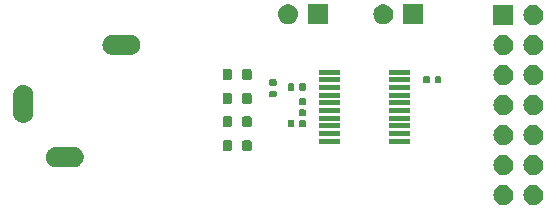
<source format=gbr>
%TF.GenerationSoftware,KiCad,Pcbnew,7.0.7*%
%TF.CreationDate,2023-09-29T20:54:03-04:00*%
%TF.ProjectId,Little_Master_Board,4c697474-6c65-45f4-9d61-737465725f42,B*%
%TF.SameCoordinates,Original*%
%TF.FileFunction,Soldermask,Top*%
%TF.FilePolarity,Negative*%
%FSLAX46Y46*%
G04 Gerber Fmt 4.6, Leading zero omitted, Abs format (unit mm)*
G04 Created by KiCad (PCBNEW 7.0.7) date 2023-09-29 20:54:03*
%MOMM*%
%LPD*%
G01*
G04 APERTURE LIST*
G04 APERTURE END LIST*
G36*
X154237464Y-76026602D02*
G01*
X154399800Y-76098878D01*
X154543561Y-76203327D01*
X154662464Y-76335383D01*
X154751314Y-76489274D01*
X154806225Y-76658275D01*
X154824800Y-76835000D01*
X154806225Y-77011725D01*
X154751314Y-77180726D01*
X154662464Y-77334617D01*
X154543561Y-77466673D01*
X154399800Y-77571122D01*
X154237464Y-77643398D01*
X154063649Y-77680344D01*
X153885951Y-77680344D01*
X153712136Y-77643398D01*
X153549800Y-77571122D01*
X153406039Y-77466673D01*
X153287136Y-77334617D01*
X153198286Y-77180726D01*
X153143375Y-77011725D01*
X153124800Y-76835000D01*
X153143375Y-76658275D01*
X153198286Y-76489274D01*
X153287136Y-76335383D01*
X153406039Y-76203327D01*
X153549800Y-76098878D01*
X153712136Y-76026602D01*
X153885951Y-75989656D01*
X154063649Y-75989656D01*
X154237464Y-76026602D01*
G37*
G36*
X156777464Y-76026602D02*
G01*
X156939800Y-76098878D01*
X157083561Y-76203327D01*
X157202464Y-76335383D01*
X157291314Y-76489274D01*
X157346225Y-76658275D01*
X157364800Y-76835000D01*
X157346225Y-77011725D01*
X157291314Y-77180726D01*
X157202464Y-77334617D01*
X157083561Y-77466673D01*
X156939800Y-77571122D01*
X156777464Y-77643398D01*
X156603649Y-77680344D01*
X156425951Y-77680344D01*
X156252136Y-77643398D01*
X156089800Y-77571122D01*
X155946039Y-77466673D01*
X155827136Y-77334617D01*
X155738286Y-77180726D01*
X155683375Y-77011725D01*
X155664800Y-76835000D01*
X155683375Y-76658275D01*
X155738286Y-76489274D01*
X155827136Y-76335383D01*
X155946039Y-76203327D01*
X156089800Y-76098878D01*
X156252136Y-76026602D01*
X156425951Y-75989656D01*
X156603649Y-75989656D01*
X156777464Y-76026602D01*
G37*
G36*
X154237464Y-73486602D02*
G01*
X154399800Y-73558878D01*
X154543561Y-73663327D01*
X154662464Y-73795383D01*
X154751314Y-73949274D01*
X154806225Y-74118275D01*
X154824800Y-74295000D01*
X154806225Y-74471725D01*
X154751314Y-74640726D01*
X154662464Y-74794617D01*
X154543561Y-74926673D01*
X154399800Y-75031122D01*
X154237464Y-75103398D01*
X154063649Y-75140344D01*
X153885951Y-75140344D01*
X153712136Y-75103398D01*
X153549800Y-75031122D01*
X153406039Y-74926673D01*
X153287136Y-74794617D01*
X153198286Y-74640726D01*
X153143375Y-74471725D01*
X153124800Y-74295000D01*
X153143375Y-74118275D01*
X153198286Y-73949274D01*
X153287136Y-73795383D01*
X153406039Y-73663327D01*
X153549800Y-73558878D01*
X153712136Y-73486602D01*
X153885951Y-73449656D01*
X154063649Y-73449656D01*
X154237464Y-73486602D01*
G37*
G36*
X156777464Y-73486602D02*
G01*
X156939800Y-73558878D01*
X157083561Y-73663327D01*
X157202464Y-73795383D01*
X157291314Y-73949274D01*
X157346225Y-74118275D01*
X157364800Y-74295000D01*
X157346225Y-74471725D01*
X157291314Y-74640726D01*
X157202464Y-74794617D01*
X157083561Y-74926673D01*
X156939800Y-75031122D01*
X156777464Y-75103398D01*
X156603649Y-75140344D01*
X156425951Y-75140344D01*
X156252136Y-75103398D01*
X156089800Y-75031122D01*
X155946039Y-74926673D01*
X155827136Y-74794617D01*
X155738286Y-74640726D01*
X155683375Y-74471725D01*
X155664800Y-74295000D01*
X155683375Y-74118275D01*
X155738286Y-73949274D01*
X155827136Y-73795383D01*
X155946039Y-73663327D01*
X156089800Y-73558878D01*
X156252136Y-73486602D01*
X156425951Y-73449656D01*
X156603649Y-73449656D01*
X156777464Y-73486602D01*
G37*
G36*
X117681350Y-72762418D02*
G01*
X117724728Y-72771966D01*
X117766713Y-72776379D01*
X117812787Y-72791349D01*
X117862122Y-72802209D01*
X117899664Y-72819578D01*
X117936855Y-72831662D01*
X117981511Y-72857444D01*
X118030114Y-72879930D01*
X118060603Y-72903107D01*
X118091778Y-72921106D01*
X118132426Y-72957705D01*
X118177471Y-72991948D01*
X118200282Y-73018803D01*
X118224724Y-73040811D01*
X118258714Y-73087595D01*
X118297302Y-73133024D01*
X118312371Y-73161448D01*
X118329875Y-73185540D01*
X118354673Y-73241238D01*
X118384004Y-73296562D01*
X118391789Y-73324603D01*
X118402637Y-73348967D01*
X118415967Y-73411683D01*
X118433524Y-73474915D01*
X118434933Y-73500911D01*
X118439831Y-73523953D01*
X118439831Y-73591241D01*
X118443545Y-73659743D01*
X118439831Y-73682397D01*
X118439831Y-73702846D01*
X118425172Y-73771810D01*
X118413599Y-73842404D01*
X118406243Y-73860865D01*
X118402637Y-73877832D01*
X118372624Y-73945242D01*
X118345086Y-74014358D01*
X118335667Y-74028248D01*
X118329875Y-74041260D01*
X118284528Y-74103674D01*
X118241211Y-74167563D01*
X118231266Y-74176982D01*
X118224724Y-74185988D01*
X118164786Y-74239956D01*
X118106829Y-74294856D01*
X118097740Y-74300324D01*
X118091778Y-74305693D01*
X118018590Y-74347947D01*
X117948225Y-74390285D01*
X117941102Y-74392684D01*
X117936855Y-74395137D01*
X117851865Y-74422752D01*
X117772815Y-74449387D01*
X117768421Y-74449864D01*
X117766713Y-74450420D01*
X117665531Y-74461054D01*
X117588800Y-74469400D01*
X117586135Y-74469400D01*
X116083465Y-74469400D01*
X116080800Y-74469400D01*
X115988250Y-74464382D01*
X115944865Y-74454832D01*
X115902886Y-74450420D01*
X115856819Y-74435451D01*
X115807478Y-74424591D01*
X115769930Y-74407219D01*
X115732744Y-74395137D01*
X115688092Y-74369357D01*
X115639486Y-74346870D01*
X115608994Y-74323690D01*
X115577821Y-74305693D01*
X115537174Y-74269094D01*
X115492129Y-74234852D01*
X115469317Y-74207995D01*
X115444875Y-74185988D01*
X115410883Y-74139202D01*
X115372298Y-74093776D01*
X115357229Y-74065352D01*
X115339724Y-74041259D01*
X115314923Y-73985555D01*
X115285596Y-73930238D01*
X115277811Y-73902199D01*
X115266962Y-73877832D01*
X115253629Y-73815104D01*
X115236076Y-73751885D01*
X115234666Y-73725893D01*
X115229768Y-73702846D01*
X115229768Y-73635539D01*
X115226055Y-73567057D01*
X115229768Y-73544408D01*
X115229768Y-73523953D01*
X115244431Y-73454964D01*
X115256001Y-73384396D01*
X115263354Y-73365941D01*
X115266962Y-73348967D01*
X115296988Y-73281526D01*
X115324514Y-73212442D01*
X115333927Y-73198557D01*
X115339724Y-73185539D01*
X115385095Y-73123090D01*
X115428389Y-73059237D01*
X115438327Y-73049822D01*
X115444875Y-73040811D01*
X115504854Y-72986805D01*
X115562771Y-72931944D01*
X115571853Y-72926479D01*
X115577821Y-72921106D01*
X115651074Y-72878813D01*
X115721375Y-72836515D01*
X115728491Y-72834117D01*
X115732744Y-72831662D01*
X115817845Y-72804010D01*
X115896785Y-72777413D01*
X115901172Y-72776935D01*
X115902886Y-72776379D01*
X116004201Y-72765730D01*
X116080800Y-72757400D01*
X117588800Y-72757400D01*
X117681350Y-72762418D01*
G37*
G36*
X130883337Y-72184224D02*
G01*
X130948221Y-72227579D01*
X130991576Y-72292463D01*
X131006800Y-72369000D01*
X131006800Y-72919000D01*
X130991576Y-72995537D01*
X130948221Y-73060421D01*
X130883337Y-73103776D01*
X130806800Y-73119000D01*
X130406800Y-73119000D01*
X130330263Y-73103776D01*
X130265379Y-73060421D01*
X130222024Y-72995537D01*
X130206800Y-72919000D01*
X130206800Y-72369000D01*
X130222024Y-72292463D01*
X130265379Y-72227579D01*
X130330263Y-72184224D01*
X130406800Y-72169000D01*
X130806800Y-72169000D01*
X130883337Y-72184224D01*
G37*
G36*
X132533337Y-72184224D02*
G01*
X132598221Y-72227579D01*
X132641576Y-72292463D01*
X132656800Y-72369000D01*
X132656800Y-72919000D01*
X132641576Y-72995537D01*
X132598221Y-73060421D01*
X132533337Y-73103776D01*
X132456800Y-73119000D01*
X132056800Y-73119000D01*
X131980263Y-73103776D01*
X131915379Y-73060421D01*
X131872024Y-72995537D01*
X131856800Y-72919000D01*
X131856800Y-72369000D01*
X131872024Y-72292463D01*
X131915379Y-72227579D01*
X131980263Y-72184224D01*
X132056800Y-72169000D01*
X132456800Y-72169000D01*
X132533337Y-72184224D01*
G37*
G36*
X154237464Y-70946602D02*
G01*
X154399800Y-71018878D01*
X154543561Y-71123327D01*
X154662464Y-71255383D01*
X154751314Y-71409274D01*
X154806225Y-71578275D01*
X154824800Y-71755000D01*
X154806225Y-71931725D01*
X154751314Y-72100726D01*
X154662464Y-72254617D01*
X154543561Y-72386673D01*
X154399800Y-72491122D01*
X154237464Y-72563398D01*
X154063649Y-72600344D01*
X153885951Y-72600344D01*
X153712136Y-72563398D01*
X153549800Y-72491122D01*
X153406039Y-72386673D01*
X153287136Y-72254617D01*
X153198286Y-72100726D01*
X153143375Y-71931725D01*
X153124800Y-71755000D01*
X153143375Y-71578275D01*
X153198286Y-71409274D01*
X153287136Y-71255383D01*
X153406039Y-71123327D01*
X153549800Y-71018878D01*
X153712136Y-70946602D01*
X153885951Y-70909656D01*
X154063649Y-70909656D01*
X154237464Y-70946602D01*
G37*
G36*
X156777464Y-70946602D02*
G01*
X156939800Y-71018878D01*
X157083561Y-71123327D01*
X157202464Y-71255383D01*
X157291314Y-71409274D01*
X157346225Y-71578275D01*
X157364800Y-71755000D01*
X157346225Y-71931725D01*
X157291314Y-72100726D01*
X157202464Y-72254617D01*
X157083561Y-72386673D01*
X156939800Y-72491122D01*
X156777464Y-72563398D01*
X156603649Y-72600344D01*
X156425951Y-72600344D01*
X156252136Y-72563398D01*
X156089800Y-72491122D01*
X155946039Y-72386673D01*
X155827136Y-72254617D01*
X155738286Y-72100726D01*
X155683375Y-71931725D01*
X155664800Y-71755000D01*
X155683375Y-71578275D01*
X155738286Y-71409274D01*
X155827136Y-71255383D01*
X155946039Y-71123327D01*
X156089800Y-71018878D01*
X156252136Y-70946602D01*
X156425951Y-70909656D01*
X156603649Y-70909656D01*
X156777464Y-70946602D01*
G37*
G36*
X140110900Y-72491400D02*
G01*
X138330900Y-72491400D01*
X138330900Y-72071400D01*
X140110900Y-72071400D01*
X140110900Y-72491400D01*
G37*
G36*
X146050900Y-72491400D02*
G01*
X144270900Y-72491400D01*
X144270900Y-72071400D01*
X146050900Y-72071400D01*
X146050900Y-72491400D01*
G37*
G36*
X140110900Y-71841400D02*
G01*
X138330900Y-71841400D01*
X138330900Y-71421400D01*
X140110900Y-71421400D01*
X140110900Y-71841400D01*
G37*
G36*
X146050900Y-71841400D02*
G01*
X144270900Y-71841400D01*
X144270900Y-71421400D01*
X146050900Y-71421400D01*
X146050900Y-71841400D01*
G37*
G36*
X140110900Y-71191400D02*
G01*
X138330900Y-71191400D01*
X138330900Y-70771400D01*
X140110900Y-70771400D01*
X140110900Y-71191400D01*
G37*
G36*
X146050900Y-71191400D02*
G01*
X144270900Y-71191400D01*
X144270900Y-70771400D01*
X146050900Y-70771400D01*
X146050900Y-71191400D01*
G37*
G36*
X136189176Y-70490457D02*
G01*
X136234595Y-70520805D01*
X136264943Y-70566224D01*
X136275600Y-70619800D01*
X136275600Y-70959800D01*
X136264943Y-71013376D01*
X136234595Y-71058795D01*
X136189176Y-71089143D01*
X136135600Y-71099800D01*
X135855600Y-71099800D01*
X135802024Y-71089143D01*
X135756605Y-71058795D01*
X135726257Y-71013376D01*
X135715600Y-70959800D01*
X135715600Y-70619800D01*
X135726257Y-70566224D01*
X135756605Y-70520805D01*
X135802024Y-70490457D01*
X135855600Y-70479800D01*
X136135600Y-70479800D01*
X136189176Y-70490457D01*
G37*
G36*
X137149176Y-70490457D02*
G01*
X137194595Y-70520805D01*
X137224943Y-70566224D01*
X137235600Y-70619800D01*
X137235600Y-70959800D01*
X137224943Y-71013376D01*
X137194595Y-71058795D01*
X137149176Y-71089143D01*
X137095600Y-71099800D01*
X136815600Y-71099800D01*
X136762024Y-71089143D01*
X136716605Y-71058795D01*
X136686257Y-71013376D01*
X136675600Y-70959800D01*
X136675600Y-70619800D01*
X136686257Y-70566224D01*
X136716605Y-70520805D01*
X136762024Y-70490457D01*
X136815600Y-70479800D01*
X137095600Y-70479800D01*
X137149176Y-70490457D01*
G37*
G36*
X130883337Y-70152224D02*
G01*
X130948221Y-70195579D01*
X130991576Y-70260463D01*
X131006800Y-70337000D01*
X131006800Y-70887000D01*
X130991576Y-70963537D01*
X130948221Y-71028421D01*
X130883337Y-71071776D01*
X130806800Y-71087000D01*
X130406800Y-71087000D01*
X130330263Y-71071776D01*
X130265379Y-71028421D01*
X130222024Y-70963537D01*
X130206800Y-70887000D01*
X130206800Y-70337000D01*
X130222024Y-70260463D01*
X130265379Y-70195579D01*
X130330263Y-70152224D01*
X130406800Y-70137000D01*
X130806800Y-70137000D01*
X130883337Y-70152224D01*
G37*
G36*
X132533337Y-70152224D02*
G01*
X132598221Y-70195579D01*
X132641576Y-70260463D01*
X132656800Y-70337000D01*
X132656800Y-70887000D01*
X132641576Y-70963537D01*
X132598221Y-71028421D01*
X132533337Y-71071776D01*
X132456800Y-71087000D01*
X132056800Y-71087000D01*
X131980263Y-71071776D01*
X131915379Y-71028421D01*
X131872024Y-70963537D01*
X131856800Y-70887000D01*
X131856800Y-70337000D01*
X131872024Y-70260463D01*
X131915379Y-70195579D01*
X131980263Y-70152224D01*
X132056800Y-70137000D01*
X132456800Y-70137000D01*
X132533337Y-70152224D01*
G37*
G36*
X113403791Y-67508368D02*
G01*
X113424246Y-67508368D01*
X113493230Y-67523031D01*
X113563804Y-67534601D01*
X113582259Y-67541954D01*
X113599232Y-67545562D01*
X113666664Y-67575584D01*
X113735758Y-67603114D01*
X113749644Y-67612529D01*
X113762660Y-67618324D01*
X113825094Y-67663685D01*
X113888963Y-67706989D01*
X113898379Y-67716930D01*
X113907388Y-67723475D01*
X113961374Y-67783432D01*
X114016256Y-67841371D01*
X114021722Y-67850456D01*
X114027093Y-67856421D01*
X114069361Y-67929633D01*
X114111685Y-67999975D01*
X114114084Y-68007095D01*
X114116537Y-68011344D01*
X114144161Y-68096361D01*
X114170787Y-68175385D01*
X114171264Y-68179776D01*
X114171820Y-68181486D01*
X114182456Y-68282680D01*
X114190800Y-68359400D01*
X114190800Y-69867400D01*
X114185782Y-69959950D01*
X114176232Y-70003335D01*
X114171820Y-70045313D01*
X114156852Y-70091377D01*
X114145991Y-70140722D01*
X114128618Y-70178272D01*
X114116537Y-70215455D01*
X114090759Y-70260102D01*
X114068270Y-70308714D01*
X114045088Y-70339209D01*
X114027093Y-70370378D01*
X113990499Y-70411019D01*
X113956252Y-70456071D01*
X113929391Y-70478886D01*
X113907388Y-70503324D01*
X113860610Y-70537309D01*
X113815176Y-70575902D01*
X113786747Y-70590973D01*
X113762659Y-70608475D01*
X113706966Y-70633270D01*
X113651638Y-70662604D01*
X113623593Y-70670390D01*
X113599232Y-70681237D01*
X113536514Y-70694568D01*
X113473285Y-70712124D01*
X113447292Y-70713533D01*
X113424246Y-70718432D01*
X113356940Y-70718432D01*
X113288457Y-70722145D01*
X113265809Y-70718432D01*
X113245354Y-70718432D01*
X113176375Y-70703769D01*
X113105796Y-70692199D01*
X113087336Y-70684843D01*
X113070367Y-70681237D01*
X113002947Y-70651220D01*
X112933842Y-70623686D01*
X112919953Y-70614269D01*
X112906939Y-70608475D01*
X112844510Y-70563118D01*
X112780637Y-70519811D01*
X112771219Y-70509869D01*
X112762211Y-70503324D01*
X112708223Y-70443365D01*
X112653344Y-70385429D01*
X112647877Y-70376343D01*
X112642506Y-70370378D01*
X112600227Y-70297149D01*
X112557915Y-70226825D01*
X112555516Y-70219706D01*
X112553062Y-70215455D01*
X112525419Y-70130381D01*
X112498813Y-70051415D01*
X112498335Y-70047026D01*
X112497779Y-70045313D01*
X112487133Y-69944027D01*
X112478800Y-69867400D01*
X112478800Y-68359400D01*
X112483818Y-68266850D01*
X112493366Y-68223472D01*
X112497779Y-68181486D01*
X112512750Y-68135409D01*
X112523609Y-68086078D01*
X112540976Y-68048537D01*
X112553062Y-68011344D01*
X112578846Y-67966683D01*
X112601330Y-67918086D01*
X112624505Y-67887599D01*
X112642506Y-67856421D01*
X112679110Y-67815767D01*
X112713348Y-67770729D01*
X112740200Y-67747920D01*
X112762211Y-67723475D01*
X112809003Y-67689478D01*
X112854424Y-67650898D01*
X112882843Y-67635830D01*
X112906940Y-67618324D01*
X112962650Y-67593520D01*
X113017962Y-67564196D01*
X113045997Y-67556411D01*
X113070367Y-67545562D01*
X113133097Y-67532228D01*
X113196315Y-67514676D01*
X113222306Y-67513266D01*
X113245354Y-67508368D01*
X113312660Y-67508368D01*
X113381143Y-67504655D01*
X113403791Y-67508368D01*
G37*
G36*
X140110900Y-70541400D02*
G01*
X138330900Y-70541400D01*
X138330900Y-70121400D01*
X140110900Y-70121400D01*
X140110900Y-70541400D01*
G37*
G36*
X146050900Y-70541400D02*
G01*
X144270900Y-70541400D01*
X144270900Y-70121400D01*
X146050900Y-70121400D01*
X146050900Y-70541400D01*
G37*
G36*
X137179176Y-69603457D02*
G01*
X137224595Y-69633805D01*
X137254943Y-69679224D01*
X137265600Y-69732800D01*
X137265600Y-70012800D01*
X137254943Y-70066376D01*
X137224595Y-70111795D01*
X137179176Y-70142143D01*
X137125600Y-70152800D01*
X136785600Y-70152800D01*
X136732024Y-70142143D01*
X136686605Y-70111795D01*
X136656257Y-70066376D01*
X136645600Y-70012800D01*
X136645600Y-69732800D01*
X136656257Y-69679224D01*
X136686605Y-69633805D01*
X136732024Y-69603457D01*
X136785600Y-69592800D01*
X137125600Y-69592800D01*
X137179176Y-69603457D01*
G37*
G36*
X154237464Y-68406602D02*
G01*
X154399800Y-68478878D01*
X154543561Y-68583327D01*
X154662464Y-68715383D01*
X154751314Y-68869274D01*
X154806225Y-69038275D01*
X154824800Y-69215000D01*
X154806225Y-69391725D01*
X154751314Y-69560726D01*
X154662464Y-69714617D01*
X154543561Y-69846673D01*
X154399800Y-69951122D01*
X154237464Y-70023398D01*
X154063649Y-70060344D01*
X153885951Y-70060344D01*
X153712136Y-70023398D01*
X153549800Y-69951122D01*
X153406039Y-69846673D01*
X153287136Y-69714617D01*
X153198286Y-69560726D01*
X153143375Y-69391725D01*
X153124800Y-69215000D01*
X153143375Y-69038275D01*
X153198286Y-68869274D01*
X153287136Y-68715383D01*
X153406039Y-68583327D01*
X153549800Y-68478878D01*
X153712136Y-68406602D01*
X153885951Y-68369656D01*
X154063649Y-68369656D01*
X154237464Y-68406602D01*
G37*
G36*
X156777464Y-68406602D02*
G01*
X156939800Y-68478878D01*
X157083561Y-68583327D01*
X157202464Y-68715383D01*
X157291314Y-68869274D01*
X157346225Y-69038275D01*
X157364800Y-69215000D01*
X157346225Y-69391725D01*
X157291314Y-69560726D01*
X157202464Y-69714617D01*
X157083561Y-69846673D01*
X156939800Y-69951122D01*
X156777464Y-70023398D01*
X156603649Y-70060344D01*
X156425951Y-70060344D01*
X156252136Y-70023398D01*
X156089800Y-69951122D01*
X155946039Y-69846673D01*
X155827136Y-69714617D01*
X155738286Y-69560726D01*
X155683375Y-69391725D01*
X155664800Y-69215000D01*
X155683375Y-69038275D01*
X155738286Y-68869274D01*
X155827136Y-68715383D01*
X155946039Y-68583327D01*
X156089800Y-68478878D01*
X156252136Y-68406602D01*
X156425951Y-68369656D01*
X156603649Y-68369656D01*
X156777464Y-68406602D01*
G37*
G36*
X140110900Y-69891400D02*
G01*
X138330900Y-69891400D01*
X138330900Y-69471400D01*
X140110900Y-69471400D01*
X140110900Y-69891400D01*
G37*
G36*
X146050900Y-69891400D02*
G01*
X144270900Y-69891400D01*
X144270900Y-69471400D01*
X146050900Y-69471400D01*
X146050900Y-69891400D01*
G37*
G36*
X140110900Y-69241400D02*
G01*
X138330900Y-69241400D01*
X138330900Y-68821400D01*
X140110900Y-68821400D01*
X140110900Y-69241400D01*
G37*
G36*
X146050900Y-69241400D02*
G01*
X144270900Y-69241400D01*
X144270900Y-68821400D01*
X146050900Y-68821400D01*
X146050900Y-69241400D01*
G37*
G36*
X137179176Y-68643457D02*
G01*
X137224595Y-68673805D01*
X137254943Y-68719224D01*
X137265600Y-68772800D01*
X137265600Y-69052800D01*
X137254943Y-69106376D01*
X137224595Y-69151795D01*
X137179176Y-69182143D01*
X137125600Y-69192800D01*
X136785600Y-69192800D01*
X136732024Y-69182143D01*
X136686605Y-69151795D01*
X136656257Y-69106376D01*
X136645600Y-69052800D01*
X136645600Y-68772800D01*
X136656257Y-68719224D01*
X136686605Y-68673805D01*
X136732024Y-68643457D01*
X136785600Y-68632800D01*
X137125600Y-68632800D01*
X137179176Y-68643457D01*
G37*
G36*
X130883337Y-68196424D02*
G01*
X130948221Y-68239779D01*
X130991576Y-68304663D01*
X131006800Y-68381200D01*
X131006800Y-68931200D01*
X130991576Y-69007737D01*
X130948221Y-69072621D01*
X130883337Y-69115976D01*
X130806800Y-69131200D01*
X130406800Y-69131200D01*
X130330263Y-69115976D01*
X130265379Y-69072621D01*
X130222024Y-69007737D01*
X130206800Y-68931200D01*
X130206800Y-68381200D01*
X130222024Y-68304663D01*
X130265379Y-68239779D01*
X130330263Y-68196424D01*
X130406800Y-68181200D01*
X130806800Y-68181200D01*
X130883337Y-68196424D01*
G37*
G36*
X132533337Y-68196424D02*
G01*
X132598221Y-68239779D01*
X132641576Y-68304663D01*
X132656800Y-68381200D01*
X132656800Y-68931200D01*
X132641576Y-69007737D01*
X132598221Y-69072621D01*
X132533337Y-69115976D01*
X132456800Y-69131200D01*
X132056800Y-69131200D01*
X131980263Y-69115976D01*
X131915379Y-69072621D01*
X131872024Y-69007737D01*
X131856800Y-68931200D01*
X131856800Y-68381200D01*
X131872024Y-68304663D01*
X131915379Y-68239779D01*
X131980263Y-68196424D01*
X132056800Y-68181200D01*
X132456800Y-68181200D01*
X132533337Y-68196424D01*
G37*
G36*
X140110900Y-68591400D02*
G01*
X138330900Y-68591400D01*
X138330900Y-68171400D01*
X140110900Y-68171400D01*
X140110900Y-68591400D01*
G37*
G36*
X146050900Y-68591400D02*
G01*
X144270900Y-68591400D01*
X144270900Y-68171400D01*
X146050900Y-68171400D01*
X146050900Y-68591400D01*
G37*
G36*
X134689976Y-68000657D02*
G01*
X134735395Y-68031005D01*
X134765743Y-68076424D01*
X134776400Y-68130000D01*
X134776400Y-68410000D01*
X134765743Y-68463576D01*
X134735395Y-68508995D01*
X134689976Y-68539343D01*
X134636400Y-68550000D01*
X134296400Y-68550000D01*
X134242824Y-68539343D01*
X134197405Y-68508995D01*
X134167057Y-68463576D01*
X134156400Y-68410000D01*
X134156400Y-68130000D01*
X134167057Y-68076424D01*
X134197405Y-68031005D01*
X134242824Y-68000657D01*
X134296400Y-67990000D01*
X134636400Y-67990000D01*
X134689976Y-68000657D01*
G37*
G36*
X136189176Y-67391657D02*
G01*
X136234595Y-67422005D01*
X136264943Y-67467424D01*
X136275600Y-67521000D01*
X136275600Y-67861000D01*
X136264943Y-67914576D01*
X136234595Y-67959995D01*
X136189176Y-67990343D01*
X136135600Y-68001000D01*
X135855600Y-68001000D01*
X135802024Y-67990343D01*
X135756605Y-67959995D01*
X135726257Y-67914576D01*
X135715600Y-67861000D01*
X135715600Y-67521000D01*
X135726257Y-67467424D01*
X135756605Y-67422005D01*
X135802024Y-67391657D01*
X135855600Y-67381000D01*
X136135600Y-67381000D01*
X136189176Y-67391657D01*
G37*
G36*
X137149176Y-67391657D02*
G01*
X137194595Y-67422005D01*
X137224943Y-67467424D01*
X137235600Y-67521000D01*
X137235600Y-67861000D01*
X137224943Y-67914576D01*
X137194595Y-67959995D01*
X137149176Y-67990343D01*
X137095600Y-68001000D01*
X136815600Y-68001000D01*
X136762024Y-67990343D01*
X136716605Y-67959995D01*
X136686257Y-67914576D01*
X136675600Y-67861000D01*
X136675600Y-67521000D01*
X136686257Y-67467424D01*
X136716605Y-67422005D01*
X136762024Y-67391657D01*
X136815600Y-67381000D01*
X137095600Y-67381000D01*
X137149176Y-67391657D01*
G37*
G36*
X140110900Y-67941400D02*
G01*
X138330900Y-67941400D01*
X138330900Y-67521400D01*
X140110900Y-67521400D01*
X140110900Y-67941400D01*
G37*
G36*
X146050900Y-67941400D02*
G01*
X144270900Y-67941400D01*
X144270900Y-67521400D01*
X146050900Y-67521400D01*
X146050900Y-67941400D01*
G37*
G36*
X134689976Y-67040657D02*
G01*
X134735395Y-67071005D01*
X134765743Y-67116424D01*
X134776400Y-67170000D01*
X134776400Y-67450000D01*
X134765743Y-67503576D01*
X134735395Y-67548995D01*
X134689976Y-67579343D01*
X134636400Y-67590000D01*
X134296400Y-67590000D01*
X134242824Y-67579343D01*
X134197405Y-67548995D01*
X134167057Y-67503576D01*
X134156400Y-67450000D01*
X134156400Y-67170000D01*
X134167057Y-67116424D01*
X134197405Y-67071005D01*
X134242824Y-67040657D01*
X134296400Y-67030000D01*
X134636400Y-67030000D01*
X134689976Y-67040657D01*
G37*
G36*
X154237464Y-65866602D02*
G01*
X154399800Y-65938878D01*
X154543561Y-66043327D01*
X154662464Y-66175383D01*
X154751314Y-66329274D01*
X154806225Y-66498275D01*
X154824800Y-66675000D01*
X154806225Y-66851725D01*
X154751314Y-67020726D01*
X154662464Y-67174617D01*
X154543561Y-67306673D01*
X154399800Y-67411122D01*
X154237464Y-67483398D01*
X154063649Y-67520344D01*
X153885951Y-67520344D01*
X153712136Y-67483398D01*
X153549800Y-67411122D01*
X153406039Y-67306673D01*
X153287136Y-67174617D01*
X153198286Y-67020726D01*
X153143375Y-66851725D01*
X153124800Y-66675000D01*
X153143375Y-66498275D01*
X153198286Y-66329274D01*
X153287136Y-66175383D01*
X153406039Y-66043327D01*
X153549800Y-65938878D01*
X153712136Y-65866602D01*
X153885951Y-65829656D01*
X154063649Y-65829656D01*
X154237464Y-65866602D01*
G37*
G36*
X156777464Y-65866602D02*
G01*
X156939800Y-65938878D01*
X157083561Y-66043327D01*
X157202464Y-66175383D01*
X157291314Y-66329274D01*
X157346225Y-66498275D01*
X157364800Y-66675000D01*
X157346225Y-66851725D01*
X157291314Y-67020726D01*
X157202464Y-67174617D01*
X157083561Y-67306673D01*
X156939800Y-67411122D01*
X156777464Y-67483398D01*
X156603649Y-67520344D01*
X156425951Y-67520344D01*
X156252136Y-67483398D01*
X156089800Y-67411122D01*
X155946039Y-67306673D01*
X155827136Y-67174617D01*
X155738286Y-67020726D01*
X155683375Y-66851725D01*
X155664800Y-66675000D01*
X155683375Y-66498275D01*
X155738286Y-66329274D01*
X155827136Y-66175383D01*
X155946039Y-66043327D01*
X156089800Y-65938878D01*
X156252136Y-65866602D01*
X156425951Y-65829656D01*
X156603649Y-65829656D01*
X156777464Y-65866602D01*
G37*
G36*
X147668576Y-66782057D02*
G01*
X147713995Y-66812405D01*
X147744343Y-66857824D01*
X147755000Y-66911400D01*
X147755000Y-67251400D01*
X147744343Y-67304976D01*
X147713995Y-67350395D01*
X147668576Y-67380743D01*
X147615000Y-67391400D01*
X147335000Y-67391400D01*
X147281424Y-67380743D01*
X147236005Y-67350395D01*
X147205657Y-67304976D01*
X147195000Y-67251400D01*
X147195000Y-66911400D01*
X147205657Y-66857824D01*
X147236005Y-66812405D01*
X147281424Y-66782057D01*
X147335000Y-66771400D01*
X147615000Y-66771400D01*
X147668576Y-66782057D01*
G37*
G36*
X148628576Y-66782057D02*
G01*
X148673995Y-66812405D01*
X148704343Y-66857824D01*
X148715000Y-66911400D01*
X148715000Y-67251400D01*
X148704343Y-67304976D01*
X148673995Y-67350395D01*
X148628576Y-67380743D01*
X148575000Y-67391400D01*
X148295000Y-67391400D01*
X148241424Y-67380743D01*
X148196005Y-67350395D01*
X148165657Y-67304976D01*
X148155000Y-67251400D01*
X148155000Y-66911400D01*
X148165657Y-66857824D01*
X148196005Y-66812405D01*
X148241424Y-66782057D01*
X148295000Y-66771400D01*
X148575000Y-66771400D01*
X148628576Y-66782057D01*
G37*
G36*
X140110900Y-67291400D02*
G01*
X138330900Y-67291400D01*
X138330900Y-66871400D01*
X140110900Y-66871400D01*
X140110900Y-67291400D01*
G37*
G36*
X146050900Y-67291400D02*
G01*
X144270900Y-67291400D01*
X144270900Y-66871400D01*
X146050900Y-66871400D01*
X146050900Y-67291400D01*
G37*
G36*
X130883337Y-66164424D02*
G01*
X130948221Y-66207779D01*
X130991576Y-66272663D01*
X131006800Y-66349200D01*
X131006800Y-66899200D01*
X130991576Y-66975737D01*
X130948221Y-67040621D01*
X130883337Y-67083976D01*
X130806800Y-67099200D01*
X130406800Y-67099200D01*
X130330263Y-67083976D01*
X130265379Y-67040621D01*
X130222024Y-66975737D01*
X130206800Y-66899200D01*
X130206800Y-66349200D01*
X130222024Y-66272663D01*
X130265379Y-66207779D01*
X130330263Y-66164424D01*
X130406800Y-66149200D01*
X130806800Y-66149200D01*
X130883337Y-66164424D01*
G37*
G36*
X132533337Y-66164424D02*
G01*
X132598221Y-66207779D01*
X132641576Y-66272663D01*
X132656800Y-66349200D01*
X132656800Y-66899200D01*
X132641576Y-66975737D01*
X132598221Y-67040621D01*
X132533337Y-67083976D01*
X132456800Y-67099200D01*
X132056800Y-67099200D01*
X131980263Y-67083976D01*
X131915379Y-67040621D01*
X131872024Y-66975737D01*
X131856800Y-66899200D01*
X131856800Y-66349200D01*
X131872024Y-66272663D01*
X131915379Y-66207779D01*
X131980263Y-66164424D01*
X132056800Y-66149200D01*
X132456800Y-66149200D01*
X132533337Y-66164424D01*
G37*
G36*
X140110900Y-66641400D02*
G01*
X138330900Y-66641400D01*
X138330900Y-66221400D01*
X140110900Y-66221400D01*
X140110900Y-66641400D01*
G37*
G36*
X146050900Y-66641400D02*
G01*
X144270900Y-66641400D01*
X144270900Y-66221400D01*
X146050900Y-66221400D01*
X146050900Y-66641400D01*
G37*
G36*
X154237464Y-63326602D02*
G01*
X154399800Y-63398878D01*
X154543561Y-63503327D01*
X154662464Y-63635383D01*
X154751314Y-63789274D01*
X154806225Y-63958275D01*
X154824800Y-64135000D01*
X154806225Y-64311725D01*
X154751314Y-64480726D01*
X154662464Y-64634617D01*
X154543561Y-64766673D01*
X154399800Y-64871122D01*
X154237464Y-64943398D01*
X154063649Y-64980344D01*
X153885951Y-64980344D01*
X153712136Y-64943398D01*
X153549800Y-64871122D01*
X153406039Y-64766673D01*
X153287136Y-64634617D01*
X153198286Y-64480726D01*
X153143375Y-64311725D01*
X153124800Y-64135000D01*
X153143375Y-63958275D01*
X153198286Y-63789274D01*
X153287136Y-63635383D01*
X153406039Y-63503327D01*
X153549800Y-63398878D01*
X153712136Y-63326602D01*
X153885951Y-63289656D01*
X154063649Y-63289656D01*
X154237464Y-63326602D01*
G37*
G36*
X156777464Y-63326602D02*
G01*
X156939800Y-63398878D01*
X157083561Y-63503327D01*
X157202464Y-63635383D01*
X157291314Y-63789274D01*
X157346225Y-63958275D01*
X157364800Y-64135000D01*
X157346225Y-64311725D01*
X157291314Y-64480726D01*
X157202464Y-64634617D01*
X157083561Y-64766673D01*
X156939800Y-64871122D01*
X156777464Y-64943398D01*
X156603649Y-64980344D01*
X156425951Y-64980344D01*
X156252136Y-64943398D01*
X156089800Y-64871122D01*
X155946039Y-64766673D01*
X155827136Y-64634617D01*
X155738286Y-64480726D01*
X155683375Y-64311725D01*
X155664800Y-64135000D01*
X155683375Y-63958275D01*
X155738286Y-63789274D01*
X155827136Y-63635383D01*
X155946039Y-63503327D01*
X156089800Y-63398878D01*
X156252136Y-63326602D01*
X156425951Y-63289656D01*
X156603649Y-63289656D01*
X156777464Y-63326602D01*
G37*
G36*
X122481350Y-63262418D02*
G01*
X122524728Y-63271966D01*
X122566713Y-63276379D01*
X122612787Y-63291349D01*
X122662122Y-63302209D01*
X122699664Y-63319578D01*
X122736855Y-63331662D01*
X122781511Y-63357444D01*
X122830114Y-63379930D01*
X122860603Y-63403107D01*
X122891778Y-63421106D01*
X122932426Y-63457705D01*
X122977471Y-63491948D01*
X123000282Y-63518803D01*
X123024724Y-63540811D01*
X123058714Y-63587595D01*
X123097302Y-63633024D01*
X123112371Y-63661448D01*
X123129875Y-63685540D01*
X123154673Y-63741238D01*
X123184004Y-63796562D01*
X123191789Y-63824603D01*
X123202637Y-63848967D01*
X123215967Y-63911683D01*
X123233524Y-63974915D01*
X123234933Y-64000911D01*
X123239831Y-64023953D01*
X123239831Y-64091241D01*
X123243545Y-64159743D01*
X123239831Y-64182397D01*
X123239831Y-64202846D01*
X123225172Y-64271810D01*
X123213599Y-64342404D01*
X123206243Y-64360865D01*
X123202637Y-64377832D01*
X123172624Y-64445242D01*
X123145086Y-64514358D01*
X123135667Y-64528248D01*
X123129875Y-64541260D01*
X123084528Y-64603674D01*
X123041211Y-64667563D01*
X123031266Y-64676982D01*
X123024724Y-64685988D01*
X122964786Y-64739956D01*
X122906829Y-64794856D01*
X122897740Y-64800324D01*
X122891778Y-64805693D01*
X122818590Y-64847947D01*
X122748225Y-64890285D01*
X122741102Y-64892684D01*
X122736855Y-64895137D01*
X122651865Y-64922752D01*
X122572815Y-64949387D01*
X122568421Y-64949864D01*
X122566713Y-64950420D01*
X122465531Y-64961054D01*
X122388800Y-64969400D01*
X122386135Y-64969400D01*
X120883465Y-64969400D01*
X120880800Y-64969400D01*
X120788250Y-64964382D01*
X120744865Y-64954832D01*
X120702886Y-64950420D01*
X120656819Y-64935451D01*
X120607478Y-64924591D01*
X120569930Y-64907219D01*
X120532744Y-64895137D01*
X120488092Y-64869357D01*
X120439486Y-64846870D01*
X120408994Y-64823690D01*
X120377821Y-64805693D01*
X120337174Y-64769094D01*
X120292129Y-64734852D01*
X120269317Y-64707995D01*
X120244875Y-64685988D01*
X120210883Y-64639202D01*
X120172298Y-64593776D01*
X120157229Y-64565352D01*
X120139724Y-64541259D01*
X120114923Y-64485555D01*
X120085596Y-64430238D01*
X120077811Y-64402199D01*
X120066962Y-64377832D01*
X120053629Y-64315104D01*
X120036076Y-64251885D01*
X120034666Y-64225893D01*
X120029768Y-64202846D01*
X120029768Y-64135539D01*
X120026055Y-64067057D01*
X120029768Y-64044408D01*
X120029768Y-64023953D01*
X120044431Y-63954964D01*
X120056001Y-63884396D01*
X120063354Y-63865941D01*
X120066962Y-63848967D01*
X120096988Y-63781526D01*
X120124514Y-63712442D01*
X120133927Y-63698557D01*
X120139724Y-63685539D01*
X120185095Y-63623090D01*
X120228389Y-63559237D01*
X120238327Y-63549822D01*
X120244875Y-63540811D01*
X120304854Y-63486805D01*
X120362771Y-63431944D01*
X120371853Y-63426479D01*
X120377821Y-63421106D01*
X120451074Y-63378813D01*
X120521375Y-63336515D01*
X120528491Y-63334117D01*
X120532744Y-63331662D01*
X120617845Y-63304010D01*
X120696785Y-63277413D01*
X120701172Y-63276935D01*
X120702886Y-63276379D01*
X120804201Y-63265730D01*
X120880800Y-63257400D01*
X122388800Y-63257400D01*
X122481350Y-63262418D01*
G37*
G36*
X154824800Y-62445000D02*
G01*
X153124800Y-62445000D01*
X153124800Y-60745000D01*
X154824800Y-60745000D01*
X154824800Y-62445000D01*
G37*
G36*
X156777464Y-60786602D02*
G01*
X156939800Y-60858878D01*
X157083561Y-60963327D01*
X157202464Y-61095383D01*
X157291314Y-61249274D01*
X157346225Y-61418275D01*
X157364800Y-61595000D01*
X157346225Y-61771725D01*
X157291314Y-61940726D01*
X157202464Y-62094617D01*
X157083561Y-62226673D01*
X156939800Y-62331122D01*
X156777464Y-62403398D01*
X156603649Y-62440344D01*
X156425951Y-62440344D01*
X156252136Y-62403398D01*
X156089800Y-62331122D01*
X155946039Y-62226673D01*
X155827136Y-62094617D01*
X155738286Y-61940726D01*
X155683375Y-61771725D01*
X155664800Y-61595000D01*
X155683375Y-61418275D01*
X155738286Y-61249274D01*
X155827136Y-61095383D01*
X155946039Y-60963327D01*
X156089800Y-60858878D01*
X156252136Y-60786602D01*
X156425951Y-60749656D01*
X156603649Y-60749656D01*
X156777464Y-60786602D01*
G37*
G36*
X139127600Y-62394200D02*
G01*
X137427600Y-62394200D01*
X137427600Y-60694200D01*
X139127600Y-60694200D01*
X139127600Y-62394200D01*
G37*
G36*
X147204800Y-62394200D02*
G01*
X145504800Y-62394200D01*
X145504800Y-60694200D01*
X147204800Y-60694200D01*
X147204800Y-62394200D01*
G37*
G36*
X136000264Y-60735802D02*
G01*
X136162600Y-60808078D01*
X136306361Y-60912527D01*
X136425264Y-61044583D01*
X136514114Y-61198474D01*
X136569025Y-61367475D01*
X136587600Y-61544200D01*
X136569025Y-61720925D01*
X136514114Y-61889926D01*
X136425264Y-62043817D01*
X136306361Y-62175873D01*
X136162600Y-62280322D01*
X136000264Y-62352598D01*
X135826449Y-62389544D01*
X135648751Y-62389544D01*
X135474936Y-62352598D01*
X135312600Y-62280322D01*
X135168839Y-62175873D01*
X135049936Y-62043817D01*
X134961086Y-61889926D01*
X134906175Y-61720925D01*
X134887600Y-61544200D01*
X134906175Y-61367475D01*
X134961086Y-61198474D01*
X135049936Y-61044583D01*
X135168839Y-60912527D01*
X135312600Y-60808078D01*
X135474936Y-60735802D01*
X135648751Y-60698856D01*
X135826449Y-60698856D01*
X136000264Y-60735802D01*
G37*
G36*
X144077464Y-60735802D02*
G01*
X144239800Y-60808078D01*
X144383561Y-60912527D01*
X144502464Y-61044583D01*
X144591314Y-61198474D01*
X144646225Y-61367475D01*
X144664800Y-61544200D01*
X144646225Y-61720925D01*
X144591314Y-61889926D01*
X144502464Y-62043817D01*
X144383561Y-62175873D01*
X144239800Y-62280322D01*
X144077464Y-62352598D01*
X143903649Y-62389544D01*
X143725951Y-62389544D01*
X143552136Y-62352598D01*
X143389800Y-62280322D01*
X143246039Y-62175873D01*
X143127136Y-62043817D01*
X143038286Y-61889926D01*
X142983375Y-61720925D01*
X142964800Y-61544200D01*
X142983375Y-61367475D01*
X143038286Y-61198474D01*
X143127136Y-61044583D01*
X143246039Y-60912527D01*
X143389800Y-60808078D01*
X143552136Y-60735802D01*
X143725951Y-60698856D01*
X143903649Y-60698856D01*
X144077464Y-60735802D01*
G37*
M02*

</source>
